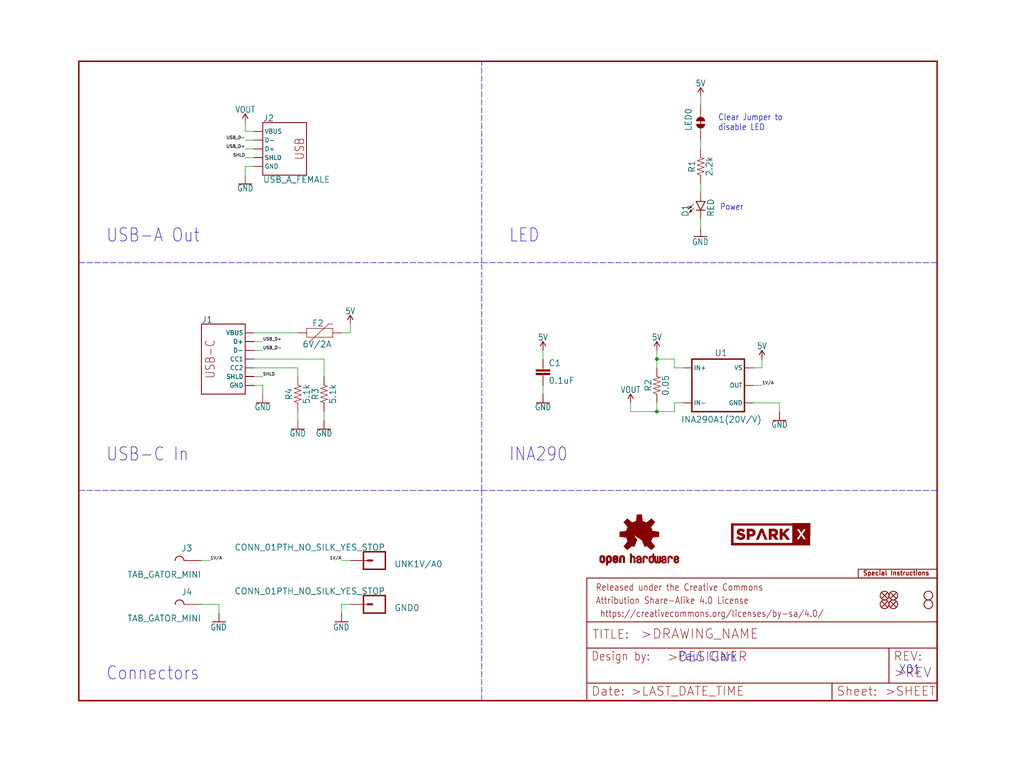
<source format=kicad_sch>
(kicad_sch (version 20211123) (generator eeschema)
  (paper "User" 297.002 223.926)
  (lib_symbols
    (symbol "eagleSchem-eagle-import:0.05OHM-0603-1{slash}5W-1%"
      (property "Reference" "R" (at 0 1.524 0))
      (property "Value" "0.05OHM-0603-1{slash}5W-1%" (at 0 -1.524 0))
      (symbol "0.05OHM-0603-1{slash}5W-1%_1_0"
        (pin passive line (at -5.08 0 0) (length 2.54) (name "1") (number "1"))
        (pin passive line (at 5.08 0 180) (length 2.54) (name "2") (number "2"))
      )
    )
    (symbol "eagleSchem-eagle-import:0.1UF-0603-25V-(+80{slash}-20%)"
      (property "Reference" "C" (at 1.524 2.921 0))
      (property "Value" "0.1UF-0603-25V-(+80{slash}-20%)" (at 1.524 -2.159 0))
      (symbol "0.1UF-0603-25V-(+80{slash}-20%)_1_0"
        (pin passive line (at 0 5.08 270) (length 2.54) (name "1") (number "1"))
        (pin passive line (at 0 -2.54 90) (length 2.54) (name "2") (number "2"))
      )
    )
    (symbol "eagleSchem-eagle-import:2.2KOHM-0603-1{slash}10W-1%"
      (property "Reference" "R" (at 0 1.524 0))
      (property "Value" "2.2KOHM-0603-1{slash}10W-1%" (at 0 -1.524 0))
      (symbol "2.2KOHM-0603-1{slash}10W-1%_1_0"
        (pin passive line (at -5.08 0 0) (length 2.54) (name "1") (number "1"))
        (pin passive line (at 5.08 0 180) (length 2.54) (name "2") (number "2"))
      )
    )
    (symbol "eagleSchem-eagle-import:5.1KOHM5.1KOHM-0603-1{slash}10W-1%"
      (property "Reference" "R" (at 0 1.524 0))
      (property "Value" "5.1KOHM5.1KOHM-0603-1{slash}10W-1%" (at 0 -1.524 0))
      (symbol "5.1KOHM5.1KOHM-0603-1{slash}10W-1%_1_0"
        (pin passive line (at -5.08 0 0) (length 2.54) (name "1") (number "1"))
        (pin passive line (at 5.08 0 180) (length 2.54) (name "2") (number "2"))
      )
    )
    (symbol "eagleSchem-eagle-import:5V" (power)
      (property "Value" "5V" (at 0 2.794 0))
      (symbol "5V_1_0"
        (pin power_in line (at 0 0 90) (length 2.54) (name "5V") (number "1"))
      )
    )
    (symbol "eagleSchem-eagle-import:CONN_01PTH_NO_SILK_YES_STOP"
      (property "Reference" "J" (at -2.54 3.048 0))
      (property "Value" "CONN_01PTH_NO_SILK_YES_STOP" (at -2.54 -4.826 0))
      (symbol "CONN_01PTH_NO_SILK_YES_STOP_1_0"
        (pin passive line (at 7.62 0 180) (length 5.08) (name "1") (number "1"))
      )
    )
    (symbol "eagleSchem-eagle-import:FIDUCIAL1X2")
    (symbol "eagleSchem-eagle-import:FRAME-LETTER"
      (symbol "FRAME-LETTER_2_0"
        (text " https://creativecommons.org/licenses/by-sa/4.0/" (at 2.54 24.13 0) (effects (font (size 1.9304 1.6408)) (justify left bottom)))
        (text ">DESIGNER" (at 23.114 11.176 0) (effects (font (size 2.7432 2.7432)) (justify left bottom)))
        (text ">DRAWING_NAME" (at 15.494 17.78 0) (effects (font (size 2.7432 2.7432)) (justify left bottom)))
        (text ">LAST_DATE_TIME" (at 12.7 1.27 0) (effects (font (size 2.54 2.54)) (justify left bottom)))
        (text ">REV" (at 88.9 6.604 0) (effects (font (size 2.7432 2.7432)) (justify left bottom)))
        (text ">SHEET" (at 86.36 1.27 0) (effects (font (size 2.54 2.54)) (justify left bottom)))
        (text "Attribution Share-Alike 4.0 License" (at 2.54 27.94 0) (effects (font (size 1.9304 1.6408)) (justify left bottom)))
        (text "Date:" (at 1.27 1.27 0) (effects (font (size 2.54 2.54)) (justify left bottom)))
        (text "Design by:" (at 1.27 11.43 0) (effects (font (size 2.54 2.159)) (justify left bottom)))
        (text "Released under the Creative Commons" (at 2.54 31.75 0) (effects (font (size 1.9304 1.6408)) (justify left bottom)))
        (text "REV:" (at 88.9 11.43 0) (effects (font (size 2.54 2.54)) (justify left bottom)))
        (text "Sheet:" (at 72.39 1.27 0) (effects (font (size 2.54 2.54)) (justify left bottom)))
        (text "TITLE:" (at 1.524 17.78 0) (effects (font (size 2.54 2.54)) (justify left bottom)))
      )
    )
    (symbol "eagleSchem-eagle-import:GND" (power)
      (property "Value" "GND" (at 0 -0.254 0))
      (symbol "GND_1_0"
        (pin power_in line (at 0 2.54 270) (length 2.54) (name "GND") (number "1"))
      )
    )
    (symbol "eagleSchem-eagle-import:INA290A1(20V{slash}V)"
      (property "Reference" "U" (at -7.62 7.874 0))
      (property "Value" "INA290A1(20V{slash}V)" (at -7.62 -7.874 0))
      (symbol "INA290A1(20V{slash}V)_1_0"
        (pin output line (at -10.16 0 0) (length 2.54) (name "OUT") (number "1"))
        (pin power_in line (at -10.16 5.08 0) (length 2.54) (name "GND") (number "2"))
        (pin power_in line (at -10.16 -5.08 0) (length 2.54) (name "VS") (number "3"))
        (pin input line (at 10.16 -5.08 180) (length 2.54) (name "IN+") (number "4"))
        (pin input line (at 10.16 5.08 180) (length 2.54) (name "IN-") (number "5"))
      )
    )
    (symbol "eagleSchem-eagle-import:JUMPER-SMT_2_NC_TRACE_SILK"
      (property "Reference" "JP" (at -2.54 2.54 0))
      (property "Value" "JUMPER-SMT_2_NC_TRACE_SILK" (at -2.54 -2.54 0))
      (symbol "JUMPER-SMT_2_NC_TRACE_SILK_1_0"
        (pin passive line (at -5.08 0 0) (length 2.54) (name "1") (number "1"))
        (pin passive line (at 5.08 0 180) (length 2.54) (name "2") (number "2"))
      )
    )
    (symbol "eagleSchem-eagle-import:LED-RED0603"
      (property "Reference" "D" (at -3.429 -4.572 90))
      (property "Value" "LED-RED0603" (at 1.905 -4.572 90))
      (symbol "LED-RED0603_1_0"
        (pin passive line (at 0 2.54 270) (length 2.54) (name "A") (number "A"))
        (pin passive line (at 0 -5.08 90) (length 2.54) (name "C") (number "C"))
      )
    )
    (symbol "eagleSchem-eagle-import:OSHW-LOGOMINI")
    (symbol "eagleSchem-eagle-import:PPTC_6V2A"
      (property "Reference" "F" (at 1.905 3.175 0))
      (property "Value" "PPTC_6V2A" (at 1.27 -2.794 0))
      (symbol "PPTC_6V2A_1_0"
        (pin bidirectional line (at -5.08 0 0) (length 2.54) (name "1") (number "1"))
        (pin bidirectional line (at 7.62 0 180) (length 2.54) (name "2") (number "2"))
      )
    )
    (symbol "eagleSchem-eagle-import:SPARKX-LOGO4")
    (symbol "eagleSchem-eagle-import:SPECIAL_INSTRUCTIONS-ORDERING"
      (symbol "SPECIAL_INSTRUCTIONS-ORDERING_1_0"
        (text "Special Instructions" (at 1.27 0.6985 0) (effects (font (size 1.27 1.27) (thickness 0.254) bold) (justify left bottom)))
      )
    )
    (symbol "eagleSchem-eagle-import:STAND-OFF")
    (symbol "eagleSchem-eagle-import:TAB_GATOR_MINI"
      (property "Value" "TAB_GATOR_MINI" (at -2.54 -5.08 0))
      (symbol "TAB_GATOR_MINI_1_0"
        (pin bidirectional line (at -2.54 0 0) (length 5.08) (name "P$1") (number "P1"))
      )
    )
    (symbol "eagleSchem-eagle-import:USB_A_SMT_FEMALE_NS"
      (property "Reference" "J" (at -5.08 7.874 0))
      (property "Value" "USB_A_SMT_FEMALE_NS" (at -5.08 -9.906 0))
      (symbol "USB_A_SMT_FEMALE_NS_1_0"
        (text "USB" (at 7.112 -3.302 900) (effects (font (size 2.54 2.159)) (justify left bottom)))
        (pin bidirectional line (at -7.62 0 0) (length 2.54) (name "D+") (number "D+"))
        (pin bidirectional line (at -7.62 2.54 0) (length 2.54) (name "D-") (number "D-"))
        (pin power_in line (at -7.62 -5.08 0) (length 2.54) (name "GND") (number "GND"))
        (pin bidirectional line (at -7.62 -2.54 0) (length 2.54) (name "SHLD") (number "SHLD1"))
        (pin bidirectional line (at -7.62 -2.54 0) (length 2.54) (name "SHLD") (number "SHLD2"))
        (pin power_in line (at -7.62 5.08 0) (length 2.54) (name "VBUS") (number "VBUS"))
      )
    )
    (symbol "eagleSchem-eagle-import:USB_C_4-LAYER_PADS"
      (property "Reference" "J" (at -2.54 10.414 0))
      (property "Value" "USB_C_4-LAYER_PADS" (at -2.54 -12.446 0))
      (symbol "USB_C_4-LAYER_PADS_1_0"
        (text "USB-C" (at 0 0 900) (effects (font (size 2.54 2.159))))
        (pin bidirectional line (at 12.7 0 180) (length 2.54) (name "CC1") (number "A5"))
        (pin bidirectional line (at 12.7 5.08 180) (length 2.54) (name "D+") (number "A6"))
        (pin bidirectional line (at 12.7 2.54 180) (length 2.54) (name "D-") (number "A7"))
        (pin bidirectional line (at 12.7 -2.54 180) (length 2.54) (name "CC2") (number "B5"))
        (pin bidirectional line (at 12.7 5.08 180) (length 2.54) (name "D+") (number "B6"))
        (pin bidirectional line (at 12.7 2.54 180) (length 2.54) (name "D-") (number "B7"))
        (pin bidirectional line (at 12.7 -7.62 180) (length 2.54) (name "GND") (number "GND"))
        (pin bidirectional line (at 12.7 -7.62 180) (length 2.54) (name "GND") (number "GND2"))
        (pin bidirectional line (at 12.7 -5.08 180) (length 2.54) (name "SHLD") (number "SHLD1"))
        (pin bidirectional line (at 12.7 -5.08 180) (length 2.54) (name "SHLD") (number "SHLD2"))
        (pin bidirectional line (at 12.7 -5.08 180) (length 2.54) (name "SHLD") (number "SHLD3"))
        (pin bidirectional line (at 12.7 -5.08 180) (length 2.54) (name "SHLD") (number "SHLD4"))
        (pin bidirectional line (at 12.7 7.62 180) (length 2.54) (name "VBUS") (number "VBUS1"))
        (pin bidirectional line (at 12.7 7.62 180) (length 2.54) (name "VBUS") (number "VBUS2"))
      )
    )
    (symbol "eagleSchem-eagle-import:VOUT" (power)
      (property "Value" "VOUT" (at 0 2.794 0))
      (symbol "VOUT_1_0"
        (pin power_in line (at 0 0 90) (length 2.54) (name "VOUT") (number "1"))
      )
    )
  )
  (junction (at 190.5 119.38))
  (junction (at 190.5 104.14))
  (wire (pts (xy 190.5 119.38) (xy 182.88 119.38)))
  (wire (pts (xy 182.88 119.38) (xy 182.88 116.84)))
  (wire (pts (xy 99.06 175.26) (xy 99.06 177.8)))
  (wire (pts (xy 218.44 111.76) (xy 220.98 111.76)))
  (wire (pts (xy 76.2 111.76) (xy 76.2 114.3)))
  (wire (pts (xy 190.5 106.68) (xy 190.5 104.14)))
  (wire (pts (xy 86.36 121.92) (xy 86.36 119.38)))
  (wire (pts (xy 93.98 121.92) (xy 93.98 119.38)))
  (wire (pts (xy 218.44 106.68) (xy 220.98 106.68)))
  (polyline (pts (xy 139.7 76.2) (xy 271.78 76.2)))
  (wire (pts (xy 195.58 116.84) (xy 195.58 119.38)))
  (wire (pts (xy 71.12 48.26) (xy 71.12 50.8)))
  (wire (pts (xy 73.66 111.76) (xy 76.2 111.76)))
  (wire (pts (xy 203.2 40.64) (xy 203.2 43.18)))
  (wire (pts (xy 73.66 101.6) (xy 76.2 101.6)))
  (wire (pts (xy 73.66 38.1) (xy 71.12 38.1)))
  (wire (pts (xy 198.12 106.68) (xy 195.58 106.68)))
  (wire (pts (xy 86.36 106.68) (xy 86.36 109.22)))
  (wire (pts (xy 101.6 162.56) (xy 99.06 162.56)))
  (polyline (pts (xy 139.7 203.2) (xy 139.7 142.24)))
  (polyline (pts (xy 139.7 142.24) (xy 139.7 76.2)))
  (wire (pts (xy 195.58 106.68) (xy 195.58 104.14)))
  (wire (pts (xy 203.2 66.04) (xy 203.2 63.5)))
  (wire (pts (xy 101.6 175.26) (xy 99.06 175.26)))
  (polyline (pts (xy 139.7 142.24) (xy 271.78 142.24)))
  (wire (pts (xy 198.12 116.84) (xy 195.58 116.84)))
  (wire (pts (xy 203.2 30.48) (xy 203.2 27.94)))
  (wire (pts (xy 73.66 99.06) (xy 76.2 99.06)))
  (wire (pts (xy 101.6 96.52) (xy 101.6 93.98)))
  (wire (pts (xy 93.98 104.14) (xy 93.98 109.22)))
  (wire (pts (xy 73.66 40.64) (xy 71.12 40.64)))
  (wire (pts (xy 73.66 104.14) (xy 93.98 104.14)))
  (wire (pts (xy 73.66 48.26) (xy 71.12 48.26)))
  (wire (pts (xy 190.5 116.84) (xy 190.5 119.38)))
  (wire (pts (xy 71.12 38.1) (xy 71.12 35.56)))
  (wire (pts (xy 190.5 104.14) (xy 190.5 101.6)))
  (wire (pts (xy 73.66 106.68) (xy 86.36 106.68)))
  (polyline (pts (xy 139.7 76.2) (xy 139.7 17.78)))
  (wire (pts (xy 73.66 43.18) (xy 71.12 43.18)))
  (wire (pts (xy 73.66 96.52) (xy 86.36 96.52)))
  (wire (pts (xy 73.66 109.22) (xy 76.2 109.22)))
  (wire (pts (xy 63.5 175.26) (xy 63.5 177.8)))
  (wire (pts (xy 218.44 116.84) (xy 226.06 116.84)))
  (wire (pts (xy 195.58 119.38) (xy 190.5 119.38)))
  (wire (pts (xy 73.66 45.72) (xy 71.12 45.72)))
  (wire (pts (xy 157.48 114.3) (xy 157.48 111.76)))
  (wire (pts (xy 157.48 104.14) (xy 157.48 101.6)))
  (wire (pts (xy 99.06 96.52) (xy 101.6 96.52)))
  (wire (pts (xy 203.2 55.88) (xy 203.2 53.34)))
  (polyline (pts (xy 22.86 142.24) (xy 139.7 142.24)))
  (wire (pts (xy 58.42 162.56) (xy 60.96 162.56)))
  (polyline (pts (xy 22.86 76.2) (xy 139.7 76.2)))
  (wire (pts (xy 226.06 116.84) (xy 226.06 119.38)))
  (wire (pts (xy 58.42 175.26) (xy 63.5 175.26)))
  (wire (pts (xy 220.98 106.68) (xy 220.98 104.14)))
  (wire (pts (xy 195.58 104.14) (xy 190.5 104.14)))
  (text "Connectors" (at 30.734 197.612 180) (effects (font (size 3.81 3.2385)) (justify left bottom)))
  (text "INA290" (at 147.574 134.112 180) (effects (font (size 3.81 3.2385)) (justify left bottom)))
  (text "Clear Jumper to\ndisable LED" (at 208.28 38.1 180) (effects (font (size 1.778 1.5113)) (justify left bottom)))
  (text "USB-A Out" (at 30.734 70.612 180) (effects (font (size 3.81 3.2385)) (justify left bottom)))
  (text "LED" (at 147.574 70.612 180) (effects (font (size 3.81 3.2385)) (justify left bottom)))
  (text "Paul Clark" (at 205.232 190.5 180) (effects (font (size 2.54 2.159))))
  (text "USB-C In" (at 30.734 134.112 180) (effects (font (size 3.81 3.2385)) (justify left bottom)))
  (text "Power" (at 208.788 61.214 180) (effects (font (size 1.778 1.5113)) (justify left bottom)))
  (text "X01" (at 260.604 195.834 180) (effects (font (size 2.54 2.159)) (justify left bottom)))
  (label "USB_D+" (at 76.2 99.06 0) (effects (font (size 0.889 0.889))))
  (label "1V/A" (at 60.96 162.56 0) (effects (font (size 0.889 0.889))))
  (label "USB_D-" (at 71.12 40.64 180) (effects (font (size 0.889 0.889))))
  (label "USB_D+" (at 71.12 43.18 180) (effects (font (size 0.889 0.889))))
  (label "SHLD" (at 76.2 109.22 0) (effects (font (size 0.889 0.889))))
  (label "SHLD" (at 71.12 45.72 180) (effects (font (size 0.889 0.889))))
  (label "USB_D-" (at 76.2 101.6 0) (effects (font (size 0.889 0.889))))
  (label "1V/A" (at 99.06 162.56 180) (effects (font (size 0.889 0.889))))
  (label "1V/A" (at 220.98 111.76 0) (effects (font (size 0.889 0.889))))
  (symbol (lib_id "eagleSchem-eagle-import:TAB_GATOR_MINI") (at 55.88 162.56 0) (mirror y) (unit 1)
    (property "Reference" "J3" (at 55.88 160.02 0) (effects (font (size 1.778 1.778)) (justify left bottom)))
    (property "Value" "TAB_GATOR_MINI" (at 58.42 167.64 0) (effects (font (size 1.778 1.778)) (justify left bottom)))
    (property "Footprint" "eagleSchem:TAB_GATOR_MINI" (effects hide))
  )
  (symbol (lib_id "eagleSchem-eagle-import:STAND-OFF") (at 269.24 172.72 0) (unit 1)
    (property "Reference" "JP3" (effects hide))
    (property "Value" "STAND-OFF" (effects hide))
    (property "Footprint" "eagleSchem:STAND-OFF" (effects hide))
  )
  (symbol (lib_id "eagleSchem-eagle-import:5V") (at 157.48 101.6 0) (unit 1)
    (property "Reference" "#SUPPLY2" (effects hide))
    (property "Value" "5V" (at 157.48 98.806 0) (effects (font (size 1.778 1.5113)) (justify bottom)))
    (property "Footprint" "eagleSchem:" (effects hide))
  )
  (symbol (lib_id "eagleSchem-eagle-import:INA290A1(20V{slash}V)") (at 208.28 111.76 180) (unit 1)
    (property "Reference" "U1" (at 211.074 101.346 0) (effects (font (size 1.778 1.778)) (justify left bottom)))
    (property "Value" "INA290A1(20V{slash}V)" (at 220.98 122.682 0) (effects (font (size 1.778 1.778)) (justify left top)))
    (property "Footprint" "eagleSchem:SC70" (effects hide))
  )
  (symbol (lib_id "eagleSchem-eagle-import:VOUT") (at 71.12 35.56 0) (unit 1)
    (property "Reference" "#SUPPLY4" (effects hide))
    (property "Value" "VOUT" (at 71.12 32.766 0) (effects (font (size 1.778 1.5113)) (justify bottom)))
    (property "Footprint" "eagleSchem:" (effects hide))
  )
  (symbol (lib_id "eagleSchem-eagle-import:GND") (at 93.98 124.46 0) (unit 1)
    (property "Reference" "#GND8" (effects hide))
    (property "Value" "GND" (at 93.98 124.714 0) (effects (font (size 1.778 1.5113)) (justify top)))
    (property "Footprint" "eagleSchem:" (effects hide))
  )
  (symbol (lib_id "eagleSchem-eagle-import:GND") (at 76.2 116.84 0) (unit 1)
    (property "Reference" "#GND10" (effects hide))
    (property "Value" "GND" (at 76.2 117.094 0) (effects (font (size 1.778 1.5113)) (justify top)))
    (property "Footprint" "eagleSchem:" (effects hide))
  )
  (symbol (lib_id "eagleSchem-eagle-import:FRAME-LETTER") (at 170.18 203.2 0) (unit 2)
    (property "Reference" "FRAME1" (effects hide))
    (property "Value" "FRAME-LETTER" (effects hide))
    (property "Footprint" "eagleSchem:CREATIVE_COMMONS" (effects hide))
  )
  (symbol (lib_id "eagleSchem-eagle-import:0.1UF-0603-25V-(+80{slash}-20%)") (at 157.48 109.22 0) (unit 1)
    (property "Reference" "C1" (at 159.004 106.299 0) (effects (font (size 1.778 1.778)) (justify left bottom)))
    (property "Value" "0.1uF" (at 159.004 111.379 0) (effects (font (size 1.778 1.778)) (justify left bottom)))
    (property "Footprint" "eagleSchem:0603" (effects hide))
  )
  (symbol (lib_id "eagleSchem-eagle-import:FIDUCIAL1X2") (at 259.08 175.26 0) (unit 1)
    (property "Reference" "JP1" (effects hide))
    (property "Value" "FIDUCIAL1X2" (effects hide))
    (property "Footprint" "eagleSchem:FIDUCIAL-1X2" (effects hide))
  )
  (symbol (lib_id "eagleSchem-eagle-import:0.05OHM-0603-1{slash}5W-1%") (at 190.5 111.76 90) (unit 1)
    (property "Reference" "R2" (at 188.976 111.76 0) (effects (font (size 1.778 1.778)) (justify bottom)))
    (property "Value" "0.05" (at 192.024 111.76 0) (effects (font (size 1.778 1.778)) (justify top)))
    (property "Footprint" "eagleSchem:0603" (effects hide))
  )
  (symbol (lib_id "eagleSchem-eagle-import:OSHW-LOGOMINI") (at 185.42 154.94 0) (unit 1)
    (property "Reference" "LOGO1" (effects hide))
    (property "Value" "OSHW-LOGOMINI" (effects hide))
    (property "Footprint" "eagleSchem:OSHW-LOGO-MINI" (effects hide))
  )
  (symbol (lib_id "eagleSchem-eagle-import:2.2KOHM-0603-1{slash}10W-1%") (at 203.2 48.26 90) (unit 1)
    (property "Reference" "R1" (at 201.676 48.26 0) (effects (font (size 1.778 1.778)) (justify bottom)))
    (property "Value" "2.2k" (at 204.724 48.26 0) (effects (font (size 1.778 1.778)) (justify top)))
    (property "Footprint" "eagleSchem:0603" (effects hide))
  )
  (symbol (lib_id "eagleSchem-eagle-import:CONN_01PTH_NO_SILK_YES_STOP") (at 109.22 175.26 180) (unit 1)
    (property "Reference" "GND0" (at 114.3 177.292 0) (effects (font (size 1.778 1.778)) (justify right top)))
    (property "Value" "CONN_01PTH_NO_SILK_YES_STOP" (at 111.76 170.434 0) (effects (font (size 1.778 1.778)) (justify left bottom)))
    (property "Footprint" "eagleSchem:1X01_NO_SILK" (effects hide))
  )
  (symbol (lib_id "eagleSchem-eagle-import:USB_A_SMT_FEMALE_NS") (at 81.28 43.18 0) (unit 1)
    (property "Reference" "J2" (at 76.2 35.306 0) (effects (font (size 1.778 1.778)) (justify left bottom)))
    (property "Value" "USB_A_FEMALE" (at 76.2 53.086 0) (effects (font (size 1.778 1.778)) (justify left bottom)))
    (property "Footprint" "eagleSchem:USB-A-S-NOSILK-FEMALE" (effects hide))
  )
  (symbol (lib_id "eagleSchem-eagle-import:GND") (at 157.48 116.84 0) (unit 1)
    (property "Reference" "#GND4" (effects hide))
    (property "Value" "GND" (at 157.48 117.094 0) (effects (font (size 1.778 1.5113)) (justify top)))
    (property "Footprint" "eagleSchem:" (effects hide))
  )
  (symbol (lib_id "eagleSchem-eagle-import:USB_C_4-LAYER_PADS") (at 60.96 104.14 0) (unit 1)
    (property "Reference" "J1" (at 58.42 93.726 0) (effects (font (size 1.778 1.778)) (justify left bottom)))
    (property "Value" "USB_C_4-LAYER_PADS" (effects hide))
    (property "Footprint" "eagleSchem:USB-C-16P_4LAYER-PADS" (effects hide))
  )
  (symbol (lib_id "eagleSchem-eagle-import:GND") (at 203.2 68.58 0) (unit 1)
    (property "Reference" "#GND3" (effects hide))
    (property "Value" "GND" (at 200.66 71.12 0) (effects (font (size 1.778 1.5113)) (justify left bottom)))
    (property "Footprint" "eagleSchem:" (effects hide))
  )
  (symbol (lib_id "eagleSchem-eagle-import:SPARKX-LOGO4") (at 223.52 154.94 0) (unit 1)
    (property "Reference" "U$2" (effects hide))
    (property "Value" "SPARKX-LOGO4" (effects hide))
    (property "Footprint" "eagleSchem:SPARKX-MEDIUM" (effects hide))
  )
  (symbol (lib_id "eagleSchem-eagle-import:GND") (at 86.36 124.46 0) (unit 1)
    (property "Reference" "#GND9" (effects hide))
    (property "Value" "GND" (at 86.36 124.714 0) (effects (font (size 1.778 1.5113)) (justify top)))
    (property "Footprint" "eagleSchem:" (effects hide))
  )
  (symbol (lib_id "eagleSchem-eagle-import:5.1KOHM5.1KOHM-0603-1{slash}10W-1%") (at 93.98 114.3 90) (unit 1)
    (property "Reference" "R3" (at 92.456 114.3 0) (effects (font (size 1.778 1.778)) (justify bottom)))
    (property "Value" "5.1k" (at 95.504 114.3 0) (effects (font (size 1.778 1.778)) (justify top)))
    (property "Footprint" "eagleSchem:0603" (effects hide))
  )
  (symbol (lib_id "eagleSchem-eagle-import:STAND-OFF") (at 269.24 175.26 0) (unit 1)
    (property "Reference" "JP4" (effects hide))
    (property "Value" "STAND-OFF" (effects hide))
    (property "Footprint" "eagleSchem:STAND-OFF" (effects hide))
  )
  (symbol (lib_id "eagleSchem-eagle-import:CONN_01PTH_NO_SILK_YES_STOP") (at 109.22 162.56 180) (unit 1)
    (property "Reference" "UNK1V/A0" (at 114.3 164.592 0) (effects (font (size 1.778 1.778)) (justify right top)))
    (property "Value" "CONN_01PTH_NO_SILK_YES_STOP" (at 111.76 157.734 0) (effects (font (size 1.778 1.778)) (justify left bottom)))
    (property "Footprint" "eagleSchem:1X01_NO_SILK" (effects hide))
  )
  (symbol (lib_id "eagleSchem-eagle-import:TAB_GATOR_MINI") (at 55.88 175.26 0) (mirror y) (unit 1)
    (property "Reference" "J4" (at 55.88 172.72 0) (effects (font (size 1.778 1.778)) (justify left bottom)))
    (property "Value" "TAB_GATOR_MINI" (at 58.42 180.34 0) (effects (font (size 1.778 1.778)) (justify left bottom)))
    (property "Footprint" "eagleSchem:TAB_GATOR_MINI" (effects hide))
  )
  (symbol (lib_id "eagleSchem-eagle-import:LED-RED0603") (at 203.2 58.42 0) (unit 1)
    (property "Reference" "D1" (at 199.771 62.992 90) (effects (font (size 1.778 1.778)) (justify left bottom)))
    (property "Value" "RED" (at 205.105 62.992 90) (effects (font (size 1.778 1.778)) (justify left top)))
    (property "Footprint" "eagleSchem:LED-0603" (effects hide))
  )
  (symbol (lib_id "eagleSchem-eagle-import:5.1KOHM5.1KOHM-0603-1{slash}10W-1%") (at 86.36 114.3 90) (unit 1)
    (property "Reference" "R4" (at 84.836 114.3 0) (effects (font (size 1.778 1.778)) (justify bottom)))
    (property "Value" "5.1k" (at 87.884 114.3 0) (effects (font (size 1.778 1.778)) (justify top)))
    (property "Footprint" "eagleSchem:0603" (effects hide))
  )
  (symbol (lib_id "eagleSchem-eagle-import:FIDUCIAL1X2") (at 256.54 172.72 0) (unit 1)
    (property "Reference" "JP2" (effects hide))
    (property "Value" "FIDUCIAL1X2" (effects hide))
    (property "Footprint" "eagleSchem:FIDUCIAL-1X2" (effects hide))
  )
  (symbol (lib_id "eagleSchem-eagle-import:5V") (at 190.5 101.6 0) (unit 1)
    (property "Reference" "#SUPPLY5" (effects hide))
    (property "Value" "5V" (at 190.5 98.806 0) (effects (font (size 1.778 1.5113)) (justify bottom)))
    (property "Footprint" "eagleSchem:" (effects hide))
  )
  (symbol (lib_id "eagleSchem-eagle-import:SPECIAL_INSTRUCTIONS-ORDERING") (at 248.92 167.64 0) (unit 1)
    (property "Reference" "LOGO2" (effects hide))
    (property "Value" "SPECIAL_INSTRUCTIONS-ORDERING" (effects hide))
    (property "Footprint" "eagleSchem:ORDERING_INSTRUCTIONS" (effects hide))
  )
  (symbol (lib_id "eagleSchem-eagle-import:5V") (at 220.98 104.14 0) (unit 1)
    (property "Reference" "#SUPPLY7" (effects hide))
    (property "Value" "5V" (at 220.98 101.346 0) (effects (font (size 1.778 1.5113)) (justify bottom)))
    (property "Footprint" "eagleSchem:" (effects hide))
  )
  (symbol (lib_id "eagleSchem-eagle-import:JUMPER-SMT_2_NC_TRACE_SILK") (at 203.2 35.56 90) (unit 1)
    (property "Reference" "LED0" (at 200.66 38.1 0) (effects (font (size 1.778 1.778)) (justify left bottom)))
    (property "Value" "JUMPER-SMT_2_NC_TRACE_SILK" (effects hide))
    (property "Footprint" "eagleSchem:SMT-JUMPER_2_NC_TRACE_SILK" (effects hide))
  )
  (symbol (lib_id "eagleSchem-eagle-import:FIDUCIAL1X2") (at 259.08 172.72 0) (unit 1)
    (property "Reference" "JP6" (effects hide))
    (property "Value" "FIDUCIAL1X2" (effects hide))
    (property "Footprint" "eagleSchem:FIDUCIAL-1X2" (effects hide))
  )
  (symbol (lib_id "eagleSchem-eagle-import:VOUT") (at 182.88 116.84 0) (unit 1)
    (property "Reference" "#SUPPLY6" (effects hide))
    (property "Value" "VOUT" (at 182.88 114.046 0) (effects (font (size 1.778 1.5113)) (justify bottom)))
    (property "Footprint" "eagleSchem:" (effects hide))
  )
  (symbol (lib_id "eagleSchem-eagle-import:5V") (at 203.2 27.94 0) (unit 1)
    (property "Reference" "#SUPPLY1" (effects hide))
    (property "Value" "5V" (at 203.2 25.146 0) (effects (font (size 1.778 1.5113)) (justify bottom)))
    (property "Footprint" "eagleSchem:" (effects hide))
  )
  (symbol (lib_id "eagleSchem-eagle-import:GND") (at 99.06 180.34 0) (unit 1)
    (property "Reference" "#GND12" (effects hide))
    (property "Value" "GND" (at 96.52 182.88 0) (effects (font (size 1.778 1.5113)) (justify left bottom)))
    (property "Footprint" "eagleSchem:" (effects hide))
  )
  (symbol (lib_id "eagleSchem-eagle-import:GND") (at 71.12 53.34 0) (unit 1)
    (property "Reference" "#GND26" (effects hide))
    (property "Value" "GND" (at 71.12 53.594 0) (effects (font (size 1.778 1.5113)) (justify top)))
    (property "Footprint" "eagleSchem:" (effects hide))
  )
  (symbol (lib_id "eagleSchem-eagle-import:FIDUCIAL1X2") (at 256.54 175.26 0) (unit 1)
    (property "Reference" "JP5" (effects hide))
    (property "Value" "FIDUCIAL1X2" (effects hide))
    (property "Footprint" "eagleSchem:FIDUCIAL-1X2" (effects hide))
  )
  (symbol (lib_id "eagleSchem-eagle-import:GND") (at 226.06 121.92 0) (unit 1)
    (property "Reference" "#GND2" (effects hide))
    (property "Value" "GND" (at 226.06 122.174 0) (effects (font (size 1.778 1.5113)) (justify top)))
    (property "Footprint" "eagleSchem:" (effects hide))
  )
  (symbol (lib_id "eagleSchem-eagle-import:GND") (at 63.5 180.34 0) (unit 1)
    (property "Reference" "#GND1" (effects hide))
    (property "Value" "GND" (at 60.96 182.88 0) (effects (font (size 1.778 1.5113)) (justify left bottom)))
    (property "Footprint" "eagleSchem:" (effects hide))
  )
  (symbol (lib_id "eagleSchem-eagle-import:PPTC_6V2A") (at 91.44 96.52 0) (unit 1)
    (property "Reference" "F2" (at 92.202 94.742 0) (effects (font (size 1.778 1.778)) (justify bottom)))
    (property "Value" "6V/2A" (at 91.948 98.806 0) (effects (font (size 1.778 1.778)) (justify top)))
    (property "Footprint" "eagleSchem:1210" (effects hide))
  )
  (symbol (lib_id "eagleSchem-eagle-import:FRAME-LETTER") (at 22.86 203.2 0) (unit 1)
    (property "Reference" "FRAME1" (effects hide))
    (property "Value" "FRAME-LETTER" (effects hide))
    (property "Footprint" "eagleSchem:CREATIVE_COMMONS" (effects hide))
  )
  (symbol (lib_id "eagleSchem-eagle-import:5V") (at 101.6 93.98 0) (unit 1)
    (property "Reference" "#SUPPLY3" (effects hide))
    (property "Value" "5V" (at 101.6 91.186 0) (effects (font (size 1.778 1.5113)) (justify bottom)))
    (property "Footprint" "eagleSchem:" (effects hide))
  )
)
</source>
